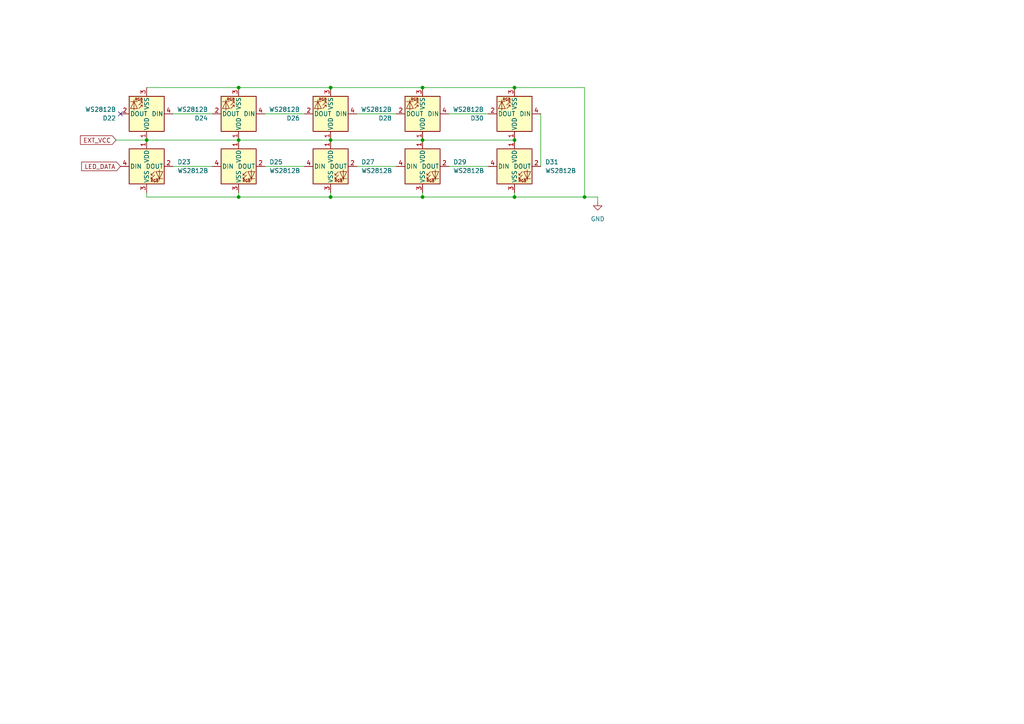
<source format=kicad_sch>
(kicad_sch (version 20211123) (generator eeschema)
  (paper "A4")
  (lib_symbols
    (symbol "LED:WS2812B" (pin_names (offset 0.254))
      (property "Reference" "D" (at 5.08 5.715 0))
      (property "Value" "WS2812B" (at 1.27 -5.715 0))
      (symbol "WS2812B_0_0"
        (text "RGB" (at 2.286 -4.191 0) (effects (font (size 0.762 0.762))))
      )
      (symbol "WS2812B_0_1"
        (polyline (pts (xy 1.27 -3.556) (xy 1.778 -3.556)))
        (polyline (pts (xy 1.27 -2.54) (xy 1.778 -2.54)))
        (polyline (pts (xy 4.699 -3.556) (xy 2.667 -3.556)))
        (polyline (pts (xy 2.286 -2.54) (xy 1.27 -3.556) (xy 1.27 -3.048)))
        (polyline (pts (xy 2.286 -1.524) (xy 1.27 -2.54) (xy 1.27 -2.032)))
        (polyline (pts (xy 3.683 -1.016) (xy 3.683 -3.556) (xy 3.683 -4.064)))
        (polyline (pts (xy 4.699 -1.524) (xy 2.667 -1.524) (xy 3.683 -3.556) (xy 4.699 -1.524)))
        (rectangle (start 5.08 5.08) (end -5.08 -5.08) (stroke (width 0.254)) (fill (type background)))
      )
      (symbol "WS2812B_1_1"
        (pin power_in line (at 0 7.62 270) (length 2.54) (name "VDD") (number "1"))
        (pin output line (at 7.62 0 180) (length 2.54) (name "DOUT") (number "2"))
        (pin power_in line (at 0 -7.62 90) (length 2.54) (name "VSS") (number "3"))
        (pin input line (at -7.62 0 0) (length 2.54) (name "DIN") (number "4"))
      )
    )
    (symbol "power:GND" (power) (pin_names (offset 0))
      (property "Value" "GND" (at 0 -3.81 0))
      (symbol "GND_0_1"
        (polyline (pts (xy 0 0) (xy 0 -1.27) (xy 1.27 -1.27) (xy 0 -2.54) (xy -1.27 -1.27) (xy 0 -1.27)))
      )
      (symbol "GND_1_1"
        (pin power_in line (at 0 0 270) (length 0) hide (name "GND") (number "1"))
      )
    )
  )
  (junction (at 69.215 57.15) (diameter 0.9144))
  (junction (at 122.555 57.15) (diameter 0.9144))
  (junction (at 149.225 40.64) (diameter 0.9144))
  (junction (at 95.885 57.15) (diameter 0.9144))
  (junction (at 149.225 25.4) (diameter 0.9144))
  (junction (at 122.555 25.4) (diameter 0.9144))
  (junction (at 95.885 25.4) (diameter 0.9144))
  (junction (at 69.215 40.64) (diameter 0.9144))
  (junction (at 69.215 25.4) (diameter 0.9144))
  (junction (at 122.555 40.64) (diameter 0.9144))
  (junction (at 95.885 40.64) (diameter 0.9144))
  (junction (at 169.545 57.15) (diameter 0.9144))
  (junction (at 42.545 40.64) (diameter 0.9144))
  (junction (at 149.225 57.15) (diameter 0.9144))
  (no_connect (at 34.925 33.02))
  (wire (pts (xy 130.175 33.02) (xy 141.605 33.02)))
  (wire (pts (xy 42.545 25.4) (xy 69.215 25.4)))
  (wire (pts (xy 50.165 33.02) (xy 61.595 33.02)))
  (wire (pts (xy 103.505 48.26) (xy 114.935 48.26)))
  (wire (pts (xy 169.545 57.15) (xy 173.355 57.15)))
  (wire (pts (xy 149.225 25.4) (xy 122.555 25.4)))
  (wire (pts (xy 33.655 40.64) (xy 42.545 40.64)))
  (wire (pts (xy 173.355 57.15) (xy 173.355 58.42)))
  (wire (pts (xy 76.835 48.26) (xy 88.265 48.26)))
  (wire (pts (xy 95.885 57.15) (xy 122.555 57.15)))
  (wire (pts (xy 122.555 55.88) (xy 122.555 57.15)))
  (wire (pts (xy 50.165 48.26) (xy 61.595 48.26)))
  (wire (pts (xy 95.885 25.4) (xy 69.215 25.4)))
  (wire (pts (xy 122.555 25.4) (xy 95.885 25.4)))
  (wire (pts (xy 169.545 25.4) (xy 169.545 57.15)))
  (wire (pts (xy 103.505 33.02) (xy 114.935 33.02)))
  (wire (pts (xy 130.175 48.26) (xy 141.605 48.26)))
  (wire (pts (xy 42.545 57.15) (xy 69.215 57.15)))
  (wire (pts (xy 95.885 55.88) (xy 95.885 57.15)))
  (wire (pts (xy 122.555 40.64) (xy 149.225 40.64)))
  (wire (pts (xy 69.215 40.64) (xy 95.885 40.64)))
  (wire (pts (xy 122.555 57.15) (xy 149.225 57.15)))
  (wire (pts (xy 156.845 48.26) (xy 156.845 33.02)))
  (wire (pts (xy 76.835 33.02) (xy 88.265 33.02)))
  (wire (pts (xy 149.225 57.15) (xy 169.545 57.15)))
  (wire (pts (xy 149.225 55.88) (xy 149.225 57.15)))
  (wire (pts (xy 42.545 55.88) (xy 42.545 57.15)))
  (wire (pts (xy 169.545 25.4) (xy 149.225 25.4)))
  (wire (pts (xy 69.215 55.88) (xy 69.215 57.15)))
  (wire (pts (xy 69.215 57.15) (xy 95.885 57.15)))
  (wire (pts (xy 95.885 40.64) (xy 122.555 40.64)))
  (wire (pts (xy 42.545 40.64) (xy 69.215 40.64)))
  (global_label "EXT_VCC" (shape input) (at 33.655 40.64 180) (property "Intersheet References" "${INTERSHEET_REFS}" (effects hide)))
  (global_label "LED_DATA" (shape input) (at 34.925 48.26 180) (property "Intersheet References" "${INTERSHEET_REFS}" (effects hide)))
  (symbol (lib_id "LED:WS2812B") (at 42.545 48.26 0) (unit 1)
    (property "Reference" "D23" (at 51.435 46.9899 0) (effects (justify left)))
    (property "Value" "WS2812B" (at 51.435 49.5299 0) (effects (justify left)))
    (property "Footprint" "reversible-kicad-footprints:SK6812Mini-E" (effects hide))
    (property "Datasheet" "https://cdn-shop.adafruit.com/datasheets/WS2812B.pdf" (effects hide))
  )
  (symbol (lib_id "LED:WS2812B") (at 122.555 48.26 0) (unit 1)
    (property "Reference" "D29" (at 131.445 46.9899 0) (effects (justify left)))
    (property "Value" "WS2812B" (at 131.445 49.5299 0) (effects (justify left)))
    (property "Footprint" "reversible-kicad-footprints:SK6812Mini-E" (effects hide))
    (property "Datasheet" "https://cdn-shop.adafruit.com/datasheets/WS2812B.pdf" (effects hide))
  )
  (symbol (lib_id "LED:WS2812B") (at 95.885 48.26 0) (unit 1)
    (property "Reference" "D27" (at 104.775 46.9899 0) (effects (justify left)))
    (property "Value" "WS2812B" (at 104.775 49.5299 0) (effects (justify left)))
    (property "Footprint" "reversible-kicad-footprints:SK6812Mini-E" (effects hide))
    (property "Datasheet" "https://cdn-shop.adafruit.com/datasheets/WS2812B.pdf" (effects hide))
  )
  (symbol (lib_id "LED:WS2812B") (at 149.225 48.26 0) (unit 1)
    (property "Reference" "D31" (at 158.115 46.9899 0) (effects (justify left)))
    (property "Value" "WS2812B" (at 158.115 49.5299 0) (effects (justify left)))
    (property "Footprint" "reversible-kicad-footprints:SK6812Mini-E" (effects hide))
    (property "Datasheet" "https://cdn-shop.adafruit.com/datasheets/WS2812B.pdf" (effects hide))
  )
  (symbol (lib_id "LED:WS2812B") (at 95.885 33.02 180) (unit 1)
    (property "Reference" "D26" (at 86.995 34.2901 0) (effects (justify left)))
    (property "Value" "WS2812B" (at 86.995 31.7501 0) (effects (justify left)))
    (property "Footprint" "reversible-kicad-footprints:SK6812Mini-E" (effects hide))
    (property "Datasheet" "https://cdn-shop.adafruit.com/datasheets/WS2812B.pdf" (effects hide))
  )
  (symbol (lib_id "LED:WS2812B") (at 122.555 33.02 180) (unit 1)
    (property "Reference" "D28" (at 113.665 34.2901 0) (effects (justify left)))
    (property "Value" "WS2812B" (at 113.665 31.7501 0) (effects (justify left)))
    (property "Footprint" "reversible-kicad-footprints:SK6812Mini-E" (effects hide))
    (property "Datasheet" "https://cdn-shop.adafruit.com/datasheets/WS2812B.pdf" (effects hide))
  )
  (symbol (lib_id "LED:WS2812B") (at 69.215 48.26 0) (unit 1)
    (property "Reference" "D25" (at 78.105 46.9899 0) (effects (justify left)))
    (property "Value" "WS2812B" (at 78.105 49.5299 0) (effects (justify left)))
    (property "Footprint" "reversible-kicad-footprints:SK6812Mini-E" (effects hide))
    (property "Datasheet" "https://cdn-shop.adafruit.com/datasheets/WS2812B.pdf" (effects hide))
  )
  (symbol (lib_id "LED:WS2812B") (at 42.545 33.02 180) (unit 1)
    (property "Reference" "D22" (at 33.655 34.2901 0) (effects (justify left)))
    (property "Value" "WS2812B" (at 33.655 31.7501 0) (effects (justify left)))
    (property "Footprint" "reversible-kicad-footprints:SK6812Mini-E" (effects hide))
    (property "Datasheet" "https://cdn-shop.adafruit.com/datasheets/WS2812B.pdf" (effects hide))
  )
  (symbol (lib_id "LED:WS2812B") (at 69.215 33.02 180) (unit 1)
    (property "Reference" "D24" (at 60.325 34.2901 0) (effects (justify left)))
    (property "Value" "WS2812B" (at 60.325 31.7501 0) (effects (justify left)))
    (property "Footprint" "reversible-kicad-footprints:SK6812Mini-E" (effects hide))
    (property "Datasheet" "https://cdn-shop.adafruit.com/datasheets/WS2812B.pdf" (effects hide))
  )
  (symbol (lib_id "LED:WS2812B") (at 149.225 33.02 180) (unit 1)
    (property "Reference" "D30" (at 140.335 34.2901 0) (effects (justify left)))
    (property "Value" "WS2812B" (at 140.335 31.7501 0) (effects (justify left)))
    (property "Footprint" "reversible-kicad-footprints:SK6812Mini-E" (effects hide))
    (property "Datasheet" "https://cdn-shop.adafruit.com/datasheets/WS2812B.pdf" (effects hide))
  )
  (symbol (lib_id "power:GND") (at 173.355 58.42 0) (unit 1)
    (property "Reference" "#PWR030" (effects hide))
    (property "Value" "GND" (at 173.355 63.5 0))
  )
)
</source>
